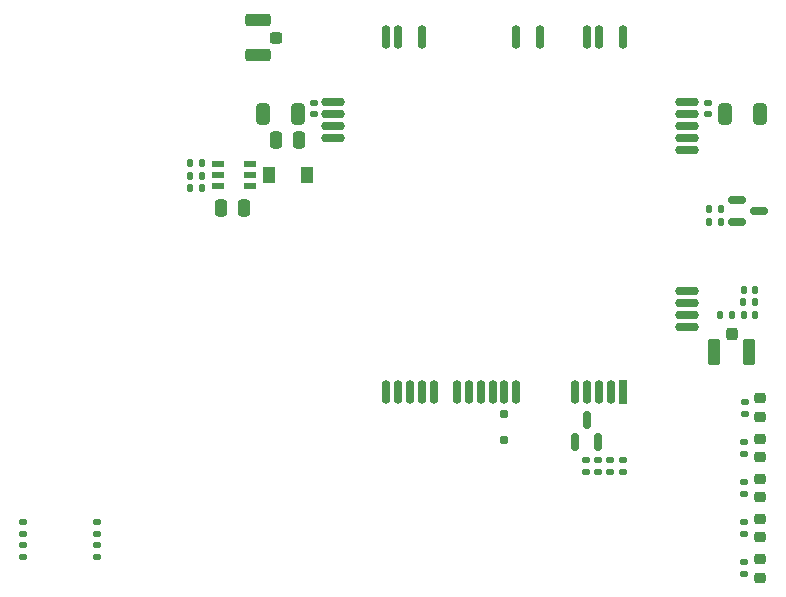
<source format=gbr>
%TF.GenerationSoftware,KiCad,Pcbnew,9.0.2*%
%TF.CreationDate,2025-06-30T16:53:14+07:00*%
%TF.ProjectId,GW11LR,47573131-4c52-42e6-9b69-6361645f7063,rev?*%
%TF.SameCoordinates,Original*%
%TF.FileFunction,Paste,Bot*%
%TF.FilePolarity,Positive*%
%FSLAX46Y46*%
G04 Gerber Fmt 4.6, Leading zero omitted, Abs format (unit mm)*
G04 Created by KiCad (PCBNEW 9.0.2) date 2025-06-30 16:53:14*
%MOMM*%
%LPD*%
G01*
G04 APERTURE LIST*
G04 Aperture macros list*
%AMRoundRect*
0 Rectangle with rounded corners*
0 $1 Rounding radius*
0 $2 $3 $4 $5 $6 $7 $8 $9 X,Y pos of 4 corners*
0 Add a 4 corners polygon primitive as box body*
4,1,4,$2,$3,$4,$5,$6,$7,$8,$9,$2,$3,0*
0 Add four circle primitives for the rounded corners*
1,1,$1+$1,$2,$3*
1,1,$1+$1,$4,$5*
1,1,$1+$1,$6,$7*
1,1,$1+$1,$8,$9*
0 Add four rect primitives between the rounded corners*
20,1,$1+$1,$2,$3,$4,$5,0*
20,1,$1+$1,$4,$5,$6,$7,0*
20,1,$1+$1,$6,$7,$8,$9,0*
20,1,$1+$1,$8,$9,$2,$3,0*%
G04 Aperture macros list end*
%ADD10RoundRect,0.135000X-0.185000X0.135000X-0.185000X-0.135000X0.185000X-0.135000X0.185000X0.135000X0*%
%ADD11RoundRect,0.135000X0.185000X-0.135000X0.185000X0.135000X-0.185000X0.135000X-0.185000X-0.135000X0*%
%ADD12RoundRect,0.140000X0.140000X0.170000X-0.140000X0.170000X-0.140000X-0.170000X0.140000X-0.170000X0*%
%ADD13RoundRect,0.218750X0.256250X-0.218750X0.256250X0.218750X-0.256250X0.218750X-0.256250X-0.218750X0*%
%ADD14R,1.100000X0.600000*%
%ADD15RoundRect,0.140000X-0.140000X-0.170000X0.140000X-0.170000X0.140000X0.170000X-0.140000X0.170000X0*%
%ADD16RoundRect,0.250000X-0.325000X-0.650000X0.325000X-0.650000X0.325000X0.650000X-0.325000X0.650000X0*%
%ADD17RoundRect,0.135000X0.135000X0.185000X-0.135000X0.185000X-0.135000X-0.185000X0.135000X-0.185000X0*%
%ADD18RoundRect,0.250000X-0.250000X-0.475000X0.250000X-0.475000X0.250000X0.475000X-0.250000X0.475000X0*%
%ADD19RoundRect,0.250000X-0.250000X0.275000X-0.250000X-0.275000X0.250000X-0.275000X0.250000X0.275000X0*%
%ADD20RoundRect,0.250000X-0.275000X0.850000X-0.275000X-0.850000X0.275000X-0.850000X0.275000X0.850000X0*%
%ADD21RoundRect,0.175000X-0.175000X0.175000X-0.175000X-0.175000X0.175000X-0.175000X0.175000X0.175000X0*%
%ADD22R,1.000000X1.400000*%
%ADD23R,0.750000X2.000000*%
%ADD24O,0.750000X2.000000*%
%ADD25O,2.000000X0.750000*%
%ADD26RoundRect,0.218750X-0.256250X0.218750X-0.256250X-0.218750X0.256250X-0.218750X0.256250X0.218750X0*%
%ADD27RoundRect,0.150000X-0.587500X-0.150000X0.587500X-0.150000X0.587500X0.150000X-0.587500X0.150000X0*%
%ADD28RoundRect,0.135000X-0.135000X-0.185000X0.135000X-0.185000X0.135000X0.185000X-0.135000X0.185000X0*%
%ADD29RoundRect,0.147500X0.147500X0.172500X-0.147500X0.172500X-0.147500X-0.172500X0.147500X-0.172500X0*%
%ADD30RoundRect,0.140000X0.170000X-0.140000X0.170000X0.140000X-0.170000X0.140000X-0.170000X-0.140000X0*%
%ADD31RoundRect,0.150000X0.150000X-0.587500X0.150000X0.587500X-0.150000X0.587500X-0.150000X-0.587500X0*%
%ADD32RoundRect,0.250000X0.275000X0.250000X-0.275000X0.250000X-0.275000X-0.250000X0.275000X-0.250000X0*%
%ADD33RoundRect,0.250000X0.850000X0.275000X-0.850000X0.275000X-0.850000X-0.275000X0.850000X-0.275000X0*%
G04 APERTURE END LIST*
D10*
%TO.C,R41*%
X191775000Y-116415000D03*
X191775000Y-117435000D03*
%TD*%
%TO.C,R46*%
X137025000Y-121765000D03*
X137025000Y-122785000D03*
%TD*%
D11*
%TO.C,R47*%
X130700000Y-120760000D03*
X130700000Y-119740000D03*
%TD*%
D12*
%TO.C,C26*%
X190730000Y-102250000D03*
X189770000Y-102250000D03*
%TD*%
D13*
%TO.C,D8*%
X193125000Y-124487500D03*
X193125000Y-122912500D03*
%TD*%
D14*
%TO.C,U5*%
X149975000Y-89450000D03*
X149975000Y-90400000D03*
X149975000Y-91350000D03*
X147275000Y-91350000D03*
X147275000Y-90400000D03*
X147275000Y-89450000D03*
%TD*%
D10*
%TO.C,R36*%
X191775000Y-123190000D03*
X191775000Y-124210000D03*
%TD*%
%TO.C,R45*%
X130700000Y-121765000D03*
X130700000Y-122785000D03*
%TD*%
D15*
%TO.C,C27*%
X144910000Y-89400000D03*
X145870000Y-89400000D03*
%TD*%
D16*
%TO.C,C23*%
X190150000Y-85250000D03*
X193100000Y-85250000D03*
%TD*%
D17*
%TO.C,R4*%
X189872500Y-93287500D03*
X188852500Y-93287500D03*
%TD*%
D10*
%TO.C,R34*%
X178400000Y-114525000D03*
X178400000Y-115545000D03*
%TD*%
D18*
%TO.C,C8*%
X147535000Y-93175000D03*
X149435000Y-93175000D03*
%TD*%
D13*
%TO.C,D9*%
X193125000Y-121087500D03*
X193125000Y-119512500D03*
%TD*%
D16*
%TO.C,C18*%
X151075000Y-85250000D03*
X154025000Y-85250000D03*
%TD*%
D19*
%TO.C,J1*%
X190750000Y-103875000D03*
D20*
X192225000Y-105400000D03*
X189275000Y-105400000D03*
%TD*%
D21*
%TO.C,D10*%
X171500000Y-110675000D03*
X171500000Y-112875000D03*
%TD*%
D10*
%TO.C,R24*%
X181525000Y-114525000D03*
X181525000Y-115545000D03*
%TD*%
D13*
%TO.C,D12*%
X193125000Y-117687500D03*
X193125000Y-116112500D03*
%TD*%
D10*
%TO.C,R35*%
X179425000Y-114525000D03*
X179425000Y-115545000D03*
%TD*%
%TO.C,R40*%
X191775000Y-119790000D03*
X191775000Y-120810000D03*
%TD*%
D11*
%TO.C,R33*%
X180475000Y-115535000D03*
X180475000Y-114515000D03*
%TD*%
D22*
%TO.C,L2*%
X151550000Y-90425000D03*
X154750000Y-90425000D03*
%TD*%
D10*
%TO.C,R3*%
X191875000Y-109590000D03*
X191875000Y-110610000D03*
%TD*%
D23*
%TO.C,U1*%
X181500000Y-108750000D03*
D24*
X180500000Y-108750000D03*
X179500000Y-108750000D03*
X178500000Y-108750000D03*
X177500000Y-108750000D03*
X172500000Y-108750000D03*
X171500000Y-108750000D03*
X170500000Y-108750000D03*
X169500000Y-108750000D03*
X168500000Y-108750000D03*
X167500000Y-108750000D03*
X165500000Y-108750000D03*
X164500000Y-108750000D03*
X163500000Y-108750000D03*
X162500000Y-108750000D03*
D25*
X157000000Y-87250000D03*
X157000000Y-86250000D03*
X157000000Y-85250000D03*
X157000000Y-84250000D03*
D24*
X162500000Y-78750000D03*
X164500000Y-78750000D03*
X172500000Y-78750000D03*
X174500000Y-78750000D03*
X178500000Y-78750000D03*
X179500000Y-78750000D03*
X181500000Y-78750000D03*
D25*
X187000000Y-84250000D03*
X187000000Y-85250000D03*
X187000000Y-86250000D03*
X187000000Y-87250000D03*
X187000000Y-88250000D03*
X187000000Y-100250000D03*
X187000000Y-101250000D03*
X187000000Y-102250000D03*
X187000000Y-103250000D03*
D24*
X161500000Y-108750000D03*
X161500000Y-78750000D03*
%TD*%
D26*
%TO.C,D1*%
X193125000Y-109312500D03*
X193125000Y-110887500D03*
%TD*%
D27*
%TO.C,Q1*%
X191200000Y-94375000D03*
X191200000Y-92475000D03*
X193075000Y-93425000D03*
%TD*%
D28*
%TO.C,R29*%
X191725000Y-101175000D03*
X192745000Y-101175000D03*
%TD*%
D11*
%TO.C,R48*%
X137025000Y-120760000D03*
X137025000Y-119740000D03*
%TD*%
D18*
%TO.C,C17*%
X152200000Y-87475000D03*
X154100000Y-87475000D03*
%TD*%
D17*
%TO.C,R16*%
X145900000Y-91500000D03*
X144880000Y-91500000D03*
%TD*%
D29*
%TO.C,L4*%
X192720000Y-102250000D03*
X191750000Y-102250000D03*
%TD*%
D17*
%TO.C,R5*%
X189872500Y-94362500D03*
X188852500Y-94362500D03*
%TD*%
D13*
%TO.C,D3*%
X193125000Y-114287500D03*
X193125000Y-112712500D03*
%TD*%
D12*
%TO.C,C28*%
X192735000Y-100125000D03*
X191775000Y-100125000D03*
%TD*%
D30*
%TO.C,C21*%
X188750000Y-85250000D03*
X188750000Y-84290000D03*
%TD*%
D31*
%TO.C,Q5*%
X179412500Y-113012500D03*
X177512500Y-113012500D03*
X178462500Y-111137500D03*
%TD*%
D10*
%TO.C,R1*%
X191775000Y-113015000D03*
X191775000Y-114035000D03*
%TD*%
D28*
%TO.C,R12*%
X144880000Y-90450000D03*
X145900000Y-90450000D03*
%TD*%
D32*
%TO.C,J2*%
X152180000Y-78775000D03*
D33*
X150655000Y-80250000D03*
X150655000Y-77300000D03*
%TD*%
D30*
%TO.C,C20*%
X155400000Y-85230000D03*
X155400000Y-84270000D03*
%TD*%
M02*

</source>
